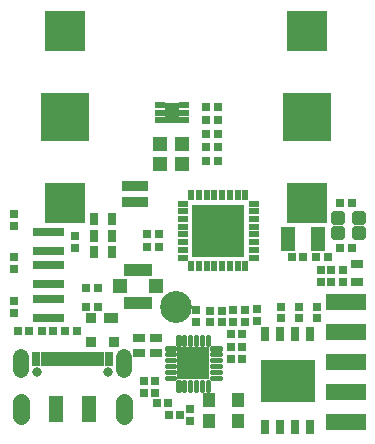
<source format=gbr>
G04 EAGLE Gerber RS-274X export*
G75*
%MOMM*%
%FSLAX34Y34*%
%LPD*%
%INSoldermask Top*%
%IPPOS*%
%AMOC8*
5,1,8,0,0,1.08239X$1,22.5*%
G01*
%ADD10R,0.803200X0.703200*%
%ADD11R,0.803200X1.103200*%
%ADD12R,1.103200X0.803200*%
%ADD13R,0.703200X0.803200*%
%ADD14R,1.203200X2.003200*%
%ADD15R,0.920000X0.470000*%
%ADD16R,0.470000X0.920000*%
%ADD17R,4.520000X4.520000*%
%ADD18R,1.219200X0.914400*%
%ADD19R,0.812800X0.889000*%
%ADD20C,0.269722*%
%ADD21R,2.703200X2.703200*%
%ADD22R,2.403200X1.053200*%
%ADD23R,1.253200X1.203200*%
%ADD24R,1.003200X0.803200*%
%ADD25R,0.653200X1.153200*%
%ADD26R,4.553200X3.653200*%
%ADD27C,0.505344*%
%ADD28R,0.723200X1.203200*%
%ADD29R,0.473200X1.203200*%
%ADD30C,0.803200*%
%ADD31C,0.833200*%
%ADD32R,1.203200X2.203200*%
%ADD33C,1.361200*%
%ADD34C,1.403200*%
%ADD35R,0.653200X0.803200*%
%ADD36R,3.378200X1.473200*%
%ADD37R,1.093200X1.143200*%
%ADD38C,2.703200*%
%ADD39R,1.283200X1.253200*%
%ADD40R,0.863200X0.523200*%
%ADD41R,1.203200X1.803200*%
%ADD42R,2.203200X0.853200*%
%ADD43R,4.163200X4.163200*%
%ADD44R,3.383200X3.383200*%


D10*
X217544Y98106D03*
X217544Y108106D03*
D11*
X94590Y184450D03*
X79590Y184450D03*
D10*
X207400Y106995D03*
X207400Y96995D03*
X270980Y130820D03*
X270980Y140820D03*
X280140Y130820D03*
X280140Y140820D03*
D12*
X301500Y131280D03*
X301500Y146280D03*
D10*
X197240Y106995D03*
X197240Y96995D03*
X290300Y130820D03*
X290300Y140820D03*
D11*
X94590Y170115D03*
X79590Y170115D03*
X94590Y156780D03*
X79590Y156780D03*
D13*
X246476Y152173D03*
X256476Y152173D03*
X276916Y152133D03*
X266916Y152133D03*
D14*
X268762Y167437D03*
X243762Y167437D03*
D15*
X214440Y151810D03*
X214440Y158310D03*
X214440Y164810D03*
X214440Y171310D03*
X214440Y177810D03*
X214440Y184310D03*
X214440Y190810D03*
X214440Y197310D03*
D16*
X207190Y204560D03*
X200690Y204560D03*
X194190Y204560D03*
X187690Y204560D03*
X181190Y204560D03*
X174690Y204560D03*
X168190Y204560D03*
X161690Y204560D03*
D15*
X154440Y197310D03*
X154440Y190810D03*
X154440Y184310D03*
X154440Y177810D03*
X154440Y171310D03*
X154440Y164810D03*
X154440Y158310D03*
X154440Y151810D03*
D16*
X161690Y144560D03*
X168190Y144560D03*
X174690Y144560D03*
X181190Y144560D03*
X187690Y144560D03*
X194190Y144560D03*
X200690Y144560D03*
X207190Y144560D03*
D17*
X184440Y174560D03*
D18*
X93973Y100467D03*
D19*
X76955Y100467D03*
X76955Y80147D03*
X95751Y80147D03*
D13*
X142210Y29004D03*
X132210Y29004D03*
D20*
X174552Y77787D02*
X174552Y85723D01*
X176588Y85723D01*
X176588Y77787D01*
X174552Y77787D01*
X174552Y80349D02*
X176588Y80349D01*
X176588Y82911D02*
X174552Y82911D01*
X174552Y85473D02*
X176588Y85473D01*
X169552Y85723D02*
X169552Y77787D01*
X169552Y85723D02*
X171588Y85723D01*
X171588Y77787D01*
X169552Y77787D01*
X169552Y80349D02*
X171588Y80349D01*
X171588Y82911D02*
X169552Y82911D01*
X169552Y85473D02*
X171588Y85473D01*
X164552Y85723D02*
X164552Y77787D01*
X164552Y85723D02*
X166588Y85723D01*
X166588Y77787D01*
X164552Y77787D01*
X164552Y80349D02*
X166588Y80349D01*
X166588Y82911D02*
X164552Y82911D01*
X164552Y85473D02*
X166588Y85473D01*
X159552Y85723D02*
X159552Y77787D01*
X159552Y85723D02*
X161588Y85723D01*
X161588Y77787D01*
X159552Y77787D01*
X159552Y80349D02*
X161588Y80349D01*
X161588Y82911D02*
X159552Y82911D01*
X159552Y85473D02*
X161588Y85473D01*
X154552Y85723D02*
X154552Y77787D01*
X154552Y85723D02*
X156588Y85723D01*
X156588Y77787D01*
X154552Y77787D01*
X154552Y80349D02*
X156588Y80349D01*
X156588Y82911D02*
X154552Y82911D01*
X154552Y85473D02*
X156588Y85473D01*
X149552Y85723D02*
X149552Y77787D01*
X149552Y85723D02*
X151588Y85723D01*
X151588Y77787D01*
X149552Y77787D01*
X149552Y80349D02*
X151588Y80349D01*
X151588Y82911D02*
X149552Y82911D01*
X149552Y85473D02*
X151588Y85473D01*
X147688Y73887D02*
X139752Y73887D01*
X139752Y75923D01*
X147688Y75923D01*
X147688Y73887D01*
X147688Y68887D02*
X139752Y68887D01*
X139752Y70923D01*
X147688Y70923D01*
X147688Y68887D01*
X147688Y63887D02*
X139752Y63887D01*
X139752Y65923D01*
X147688Y65923D01*
X147688Y63887D01*
X147688Y58887D02*
X139752Y58887D01*
X139752Y60923D01*
X147688Y60923D01*
X147688Y58887D01*
X147688Y53887D02*
X139752Y53887D01*
X139752Y55923D01*
X147688Y55923D01*
X147688Y53887D01*
X147688Y48887D02*
X139752Y48887D01*
X139752Y50923D01*
X147688Y50923D01*
X147688Y48887D01*
X149552Y47023D02*
X149552Y39087D01*
X149552Y47023D02*
X151588Y47023D01*
X151588Y39087D01*
X149552Y39087D01*
X149552Y41649D02*
X151588Y41649D01*
X151588Y44211D02*
X149552Y44211D01*
X149552Y46773D02*
X151588Y46773D01*
X154552Y47023D02*
X154552Y39087D01*
X154552Y47023D02*
X156588Y47023D01*
X156588Y39087D01*
X154552Y39087D01*
X154552Y41649D02*
X156588Y41649D01*
X156588Y44211D02*
X154552Y44211D01*
X154552Y46773D02*
X156588Y46773D01*
X159552Y47023D02*
X159552Y39087D01*
X159552Y47023D02*
X161588Y47023D01*
X161588Y39087D01*
X159552Y39087D01*
X159552Y41649D02*
X161588Y41649D01*
X161588Y44211D02*
X159552Y44211D01*
X159552Y46773D02*
X161588Y46773D01*
X164552Y47023D02*
X164552Y39087D01*
X164552Y47023D02*
X166588Y47023D01*
X166588Y39087D01*
X164552Y39087D01*
X164552Y41649D02*
X166588Y41649D01*
X166588Y44211D02*
X164552Y44211D01*
X164552Y46773D02*
X166588Y46773D01*
X169552Y47023D02*
X169552Y39087D01*
X169552Y47023D02*
X171588Y47023D01*
X171588Y39087D01*
X169552Y39087D01*
X169552Y41649D02*
X171588Y41649D01*
X171588Y44211D02*
X169552Y44211D01*
X169552Y46773D02*
X171588Y46773D01*
X174552Y47023D02*
X174552Y39087D01*
X174552Y47023D02*
X176588Y47023D01*
X176588Y39087D01*
X174552Y39087D01*
X174552Y41649D02*
X176588Y41649D01*
X176588Y44211D02*
X174552Y44211D01*
X174552Y46773D02*
X176588Y46773D01*
X178452Y48887D02*
X186388Y48887D01*
X178452Y48887D02*
X178452Y50923D01*
X186388Y50923D01*
X186388Y48887D01*
X186388Y53887D02*
X178452Y53887D01*
X178452Y55923D01*
X186388Y55923D01*
X186388Y53887D01*
X186388Y58887D02*
X178452Y58887D01*
X178452Y60923D01*
X186388Y60923D01*
X186388Y58887D01*
X186388Y63887D02*
X178452Y63887D01*
X178452Y65923D01*
X186388Y65923D01*
X186388Y63887D01*
X186388Y68887D02*
X178452Y68887D01*
X178452Y70923D01*
X186388Y70923D01*
X186388Y68887D01*
X186388Y73887D02*
X178452Y73887D01*
X178452Y75923D01*
X186388Y75923D01*
X186388Y73887D01*
D21*
X163070Y62405D03*
D10*
X121160Y37466D03*
X121160Y47466D03*
X160070Y23590D03*
X160070Y13590D03*
D13*
X152370Y18590D03*
X142370Y18590D03*
D10*
X130685Y47466D03*
X130685Y37466D03*
D13*
X204900Y75740D03*
X194900Y75740D03*
X204900Y65580D03*
X194900Y65580D03*
X204900Y86980D03*
X194900Y86980D03*
D10*
X187200Y106910D03*
X187200Y96910D03*
X165610Y97410D03*
X165610Y107410D03*
D22*
X116210Y141130D03*
X116210Y113630D03*
D23*
X131460Y127380D03*
X100960Y127380D03*
D24*
X131308Y71297D03*
X131308Y83297D03*
X117308Y83297D03*
X117308Y71297D03*
D10*
X177040Y96910D03*
X177040Y106910D03*
X237650Y110260D03*
X237650Y100260D03*
X252890Y110260D03*
X252890Y100260D03*
X268130Y110260D03*
X268130Y100260D03*
X11176Y105244D03*
X11176Y115244D03*
D13*
X184286Y279568D03*
X174286Y279568D03*
D25*
X224030Y8640D03*
X236730Y8640D03*
X249430Y8640D03*
X262130Y8640D03*
X262130Y86640D03*
X249430Y86640D03*
X236730Y86640D03*
X224030Y86640D03*
D26*
X243080Y47640D03*
D27*
X282500Y169210D02*
X282500Y176190D01*
X289480Y176190D01*
X289480Y169210D01*
X282500Y169210D01*
X282500Y174010D02*
X289480Y174010D01*
X300040Y176190D02*
X300040Y169210D01*
X300040Y176190D02*
X307020Y176190D01*
X307020Y169210D01*
X300040Y169210D01*
X300040Y174010D02*
X307020Y174010D01*
X282500Y181910D02*
X282500Y188890D01*
X289480Y188890D01*
X289480Y181910D01*
X282500Y181910D01*
X282500Y186710D02*
X289480Y186710D01*
X300040Y188890D02*
X300040Y181910D01*
X300040Y188890D02*
X307020Y188890D01*
X307020Y181910D01*
X300040Y181910D01*
X300040Y186710D02*
X307020Y186710D01*
D13*
X133915Y171298D03*
X123915Y171298D03*
X133929Y160304D03*
X123929Y160304D03*
X72470Y110244D03*
X82470Y110244D03*
X82216Y125738D03*
X72216Y125738D03*
D10*
X11176Y188650D03*
X11176Y178650D03*
X11176Y152074D03*
X11176Y142074D03*
X63246Y159600D03*
X63246Y169600D03*
D13*
X297220Y160000D03*
X287220Y160000D03*
X297220Y198100D03*
X287220Y198100D03*
X64888Y89637D03*
X54888Y89637D03*
X174207Y245039D03*
X184207Y245039D03*
X174207Y256469D03*
X184207Y256469D03*
X184207Y233609D03*
X174207Y233609D03*
X184207Y267899D03*
X174207Y267899D03*
X24479Y89530D03*
X14479Y89530D03*
X34838Y89540D03*
X44838Y89540D03*
D28*
X29960Y65864D03*
X91960Y65864D03*
X37460Y65864D03*
X84460Y65864D03*
D29*
X43460Y65864D03*
X78460Y65864D03*
X48460Y65864D03*
X53460Y65864D03*
X58460Y65864D03*
X63460Y65864D03*
X68460Y65864D03*
X73460Y65864D03*
D30*
X90960Y54864D03*
D31*
X90960Y54864D03*
D32*
X46960Y23864D03*
X74960Y23864D03*
D31*
X30960Y54864D03*
D33*
X17760Y56324D02*
X17760Y67904D01*
X104160Y67904D02*
X104160Y56324D01*
D34*
X17760Y29864D02*
X17760Y17864D01*
X104160Y17864D02*
X104160Y29864D01*
D35*
X50136Y116974D03*
X43636Y116974D03*
X37136Y116974D03*
X30636Y116974D03*
X30636Y100974D03*
X37136Y100974D03*
X43636Y100974D03*
X50136Y100974D03*
D36*
X292626Y12150D03*
X292626Y37550D03*
X292626Y62950D03*
X292626Y88350D03*
X292626Y113750D03*
D37*
X201482Y30898D03*
X176682Y30898D03*
X176682Y13198D03*
X201482Y13198D03*
D35*
X50390Y145168D03*
X43890Y145168D03*
X37390Y145168D03*
X30890Y145168D03*
X30890Y129168D03*
X37390Y129168D03*
X43890Y129168D03*
X50390Y129168D03*
X50390Y173108D03*
X43890Y173108D03*
X37390Y173108D03*
X30890Y173108D03*
X30890Y157108D03*
X37390Y157108D03*
X43890Y157108D03*
X50390Y157108D03*
D38*
X148500Y110000D03*
D39*
X153890Y248302D03*
X153890Y230802D03*
X135452Y248185D03*
X135452Y230685D03*
D40*
X135299Y280876D03*
X135299Y274376D03*
X135299Y267876D03*
X155799Y267876D03*
X155799Y274376D03*
X155799Y280876D03*
D41*
X145549Y274376D03*
D42*
X114076Y198932D03*
X114076Y212432D03*
D43*
X54500Y271000D03*
D44*
X54500Y198000D03*
X54500Y344000D03*
D43*
X259500Y271000D03*
D44*
X259500Y344000D03*
X259500Y198000D03*
M02*

</source>
